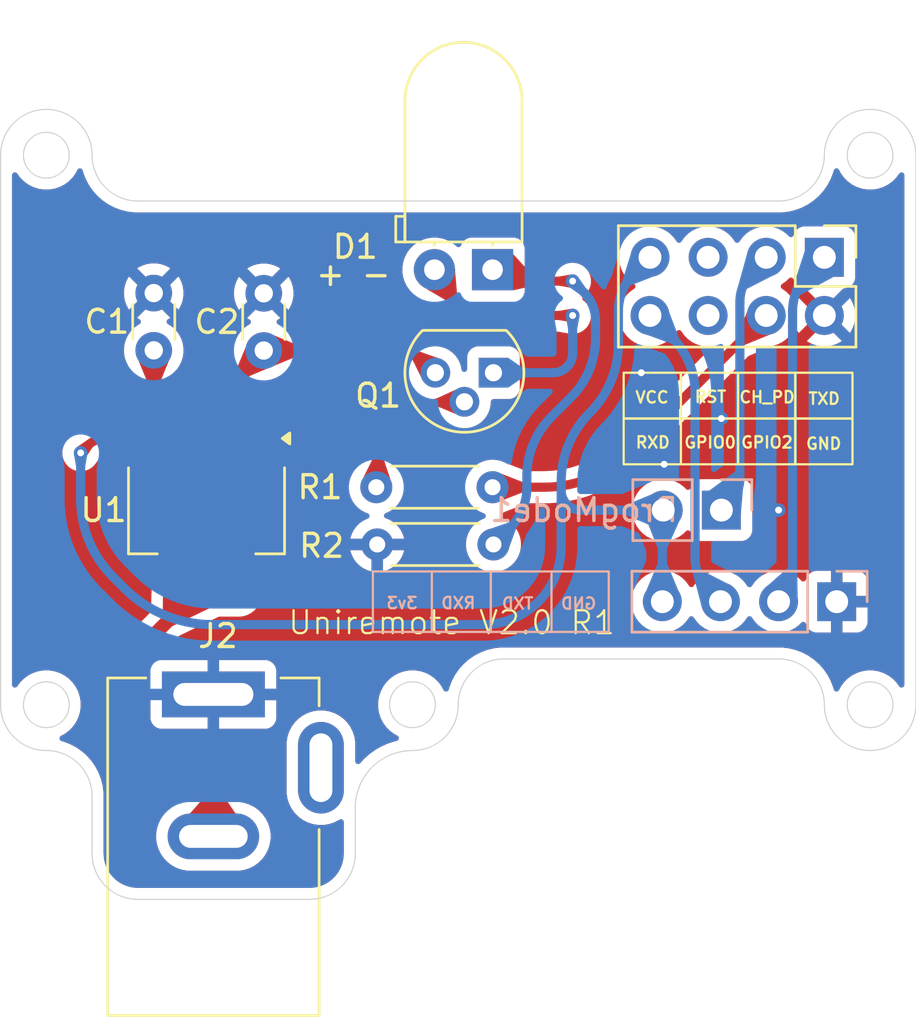
<source format=kicad_pcb>
(kicad_pcb (version 20241229) (generator "pcbnew") (generator_version "9.0")
  (layers (0 "F.Cu" signal) (2 "B.Cu" signal) (13 "F.Paste" user) (15 "B.Paste" user) (5 "F.SilkS" user "F.Silkscreen") (7 "B.SilkS" user "B.Silkscreen") (1 "F.Mask" user) (3 "B.Mask" user) (25 "Edge.Cuts" user))
  (net 0 "")
  (net 1 "Net-(D1-A)")
  (net 2 "Net-(D1-K)")
  (net 3 "3V3")
  (net 4 "GPIO2")
  (net 5 "CH_PD")
  (net 6 "TXD")
  (net 7 "RXD")
  (net 8 "Net-(Q1-B)")
  (net 9 "GND")
  (net 10 "+5V")
  (net 11 "RST")
  (net 12 "GPIO0")
  (footprint "Resistor_THT:R_Axial_DIN0204_L3.6mm_D1.6mm_P5.08mm_Horizontal" (layer "F.Cu") (at 120.92 71.5)
    (property "Reference" "R1" (at -2.46 0 0) (layer "F.SilkS"))
    (property "Value" "R" (hide yes))
    (fp_line (start 0.62 -0.92) (end 4.46 -0.92) (stroke (width 0.12)) (layer "F.SilkS"))
    (fp_line (start 0.62 0.92) (end 4.46 0.92) (stroke (width 0.12)) (layer "F.SilkS"))
    (pad "1" thru_hole circle (at 0 0) (size 1.4 1.4) (drill 0.7) (layers "*.Cu" "*.Mask") (net 8 "Net-(Q1-B)"))
    (pad "2" thru_hole oval (at 5.08 0) (size 1.4 1.4) (drill 0.7) (layers "*.Cu" "*.Mask") (net 4 "GPIO2"))
  )
  (footprint "Package_TO_SOT_SMD:SOT-223-3_TabPin2" (layer "F.Cu") (at 113.5 72.5 -90)
    (property "Reference" "U1" (at 0 4.5 180) (layer "F.SilkS"))
    (property "Value" "AMS1117-3.3" (hide yes))
    (fp_line (start -1.85 3.41) (end 1.91 3.41) (stroke (width 0.12)) (layer "F.SilkS"))
    (fp_line (start 1.91 3.41) (end 1.91 2.15) (stroke (width 0.12)) (layer "F.SilkS"))
    (fp_line (start -1.85 -3.41) (end 1.91 -3.41) (stroke (width 0.12)) (layer "F.SilkS"))
    (fp_line (start 1.91 -3.41) (end 1.91 -2.15) (stroke (width 0.12)) (layer "F.SilkS"))
    (fp_poly (pts (xy -3.13 -3.31) (xy -3.37 -3.64) (xy -2.89 -3.64) (xy -3.13 -3.31)) (stroke (width 0.12)) (fill yes) (layer "F.SilkS"))
    (pad "1" smd roundrect (at -3.15 -2.3 270) (size 2 1.5) (layers "F.Cu" "F.Mask" "F.Paste") (net 9 "GND"))
    (pad "2" smd roundrect (at -3.15 0 270) (size 2 1.5) (layers "F.Cu" "F.Mask" "F.Paste") (net 10 "+5V"))
    (pad "2" smd roundrect (at 3.15 0 270) (size 2 3.8) (layers "F.Cu" "F.Mask" "F.Paste") (net 10 "+5V"))
    (pad "3" smd roundrect (at -3.15 2.3 270) (size 2 1.5) (layers "F.Cu" "F.Mask" "F.Paste") (net 3 "3V3"))
  )
  (footprint "Capacitor_THT:C_Disc_D3.0mm_W1.6mm_P2.50mm" (layer "F.Cu") (at 111.193629 65.522251 90)
    (property "Reference" "C1" (at 1.25 -2.05 180) (layer "F.SilkS"))
    (property "Value" "C" (hide yes))
    (fp_line (start 0.485 -0.92) (end 2.015 -0.92) (stroke (width 0.12)) (layer "F.SilkS"))
    (fp_line (start 0.485 0.92) (end 2.015 0.92) (stroke (width 0.12)) (layer "F.SilkS"))
    (pad "1" thru_hole circle (at 0 0 90) (size 1.6 1.6) (drill 0.8) (layers "*.Cu" "*.Mask") (net 3 "3V3"))
    (pad "2" thru_hole circle (at 2.5 0 90) (size 1.6 1.6) (drill 0.8) (layers "*.Cu" "*.Mask") (net 9 "GND"))
  )
  (footprint "Package_TO_SOT_THT:TO-92" (layer "F.Cu") (at 126.04 66.5 180)
    (property "Reference" "Q1" (at 5.04 -1 0) (layer "F.SilkS"))
    (property "Value" "PNP" (hide yes))
    (fp_line (start -0.53 1.85) (end 3.07 1.85) (stroke (width 0.12)) (layer "F.SilkS"))
    (fp_arc (start 1.27 -2.6) (mid 3.672087 -0.994977) (end 3.108478 1.838478) (stroke (width 0.12)) (layer "F.SilkS"))
    (fp_arc (start -0.568478 1.838478) (mid -1.132087 -0.994977) (end 1.27 -2.6) (stroke (width 0.12)) (layer "F.SilkS"))
    (pad "1" thru_hole rect (at 0 0 180) (size 1.3 1.3) (drill 0.75) (layers "*.Cu" "*.Mask") (net 1 "Net-(D1-A)"))
    (pad "2" thru_hole circle (at 1.27 -1.27 180) (size 1.3 1.3) (drill 0.75) (layers "*.Cu" "*.Mask") (net 8 "Net-(Q1-B)"))
    (pad "3" thru_hole circle (at 2.54 0 180) (size 1.3 1.3) (drill 0.75) (layers "*.Cu" "*.Mask") (net 10 "+5V"))
  )
  (footprint "Capacitor_THT:C_Disc_D3.0mm_W1.6mm_P2.50mm" (layer "F.Cu") (at 116.000983 65.531843 90)
    (property "Reference" "C2" (at 1.25 -2.05 180) (layer "F.SilkS"))
    (property "Value" "C" (hide yes))
    (fp_line (start 0.485 -0.92) (end 2.015 -0.92) (stroke (width 0.12)) (layer "F.SilkS"))
    (fp_line (start 0.485 0.92) (end 2.015 0.92) (stroke (width 0.12)) (layer "F.SilkS"))
    (pad "1" thru_hole circle (at 0 0 90) (size 1.6 1.6) (drill 0.8) (layers "*.Cu" "*.Mask") (net 10 "+5V"))
    (pad "2" thru_hole circle (at 2.5 0 90) (size 1.6 1.6) (drill 0.8) (layers "*.Cu" "*.Mask") (net 9 "GND"))
  )
  (footprint "Connector_PinHeader_2.54mm:PinHeader_2x04_P2.54mm_Vertical" (layer "F.Cu") (at 140.5 61.46 -90)
    (property "Reference" "ESP01" (hide yes))
    (property "Value" "Conn_02x04_Counter_Clockwise" (hide yes))
    (fp_line (start -1.38 9) (end 3.92 9) (stroke (width 0.12)) (layer "F.SilkS"))
    (fp_line (start -1.38 1.27) (end -1.38 9) (stroke (width 0.12)) (layer "F.SilkS"))
    (fp_line (start -1.38 1.27) (end 1.27 1.27) (stroke (width 0.12)) (layer "F.SilkS"))
    (fp_line (start 1.27 1.27) (end 1.27 -1.38) (stroke (width 0.12)) (layer "F.SilkS"))
    (fp_line (start -1.38 0) (end -1.38 -1.38) (stroke (width 0.12)) (layer "F.SilkS"))
    (fp_line (start -1.38 -1.38) (end 0 -1.38) (stroke (width 0.12)) (layer "F.SilkS"))
    (fp_line (start 1.27 -1.38) (end 3.92 -1.38) (stroke (width 0.12)) (layer "F.SilkS"))
    (fp_line (start 3.92 -1.38) (end 3.92 9) (stroke (width 0.12)) (layer "F.SilkS"))
    (pad "1" thru_hole rect (at 0 0 270) (size 1.7 1.7) (drill 1) (layers "*.Cu" "*.Mask") (net 6 "TXD"))
    (pad "2" thru_hole circle (at 2.54 0 270) (size 1.7 1.7) (drill 1) (layers "*.Cu" "*.Mask") (net 9 "GND"))
    (pad "3" thru_hole circle (at 0 2.54 270) (size 1.7 1.7) (drill 1) (layers "*.Cu" "*.Mask") (net 5 "CH_PD"))
    (pad "4" thru_hole circle (at 2.54 2.54 270) (size 1.7 1.7) (drill 1) (layers "*.Cu" "*.Mask") (net 4 "GPIO2"))
    (pad "5" thru_hole circle (at 0 5.08 270) (size 1.7 1.7) (drill 1) (layers "*.Cu" "*.Mask") (net 11 "RST"))
    (pad "6" thru_hole circle (at 2.54 5.08 270) (size 1.7 1.7) (drill 1) (layers "*.Cu" "*.Mask") (net 12 "GPIO0"))
    (pad "7" thru_hole circle (at 0 7.62 270) (size 1.7 1.7) (drill 1) (layers "*.Cu" "*.Mask") (net 3 "3V3"))
    (pad "8" thru_hole circle (at 2.54 7.62 270) (size 1.7 1.7) (drill 1) (layers "*.Cu" "*.Mask") (net 7 "RXD"))
  )
  (footprint "Connector_BarrelJack:BarrelJack_Kycon_KLDX-0202-xC_Horizontal" (layer "F.Cu") (at 113.8 80.55 90)
    (property "Reference" "J2" (at 2.55 0.2 0) (layer "F.SilkS"))
    (property "Value" "Barrel_Jack_MountingPin" (hide yes))
    (fp_line (start 0.72 -4.62) (end -14.02 -4.62) (stroke (width 0.12)) (layer "F.SilkS"))
    (fp_line (start -14.02 -4.62) (end -14.02 4.62) (stroke (width 0.12)) (layer "F.SilkS"))
    (fp_line (start 0.72 -2.95) (end 0.72 -4.62) (stroke (width 0.12)) (layer "F.SilkS"))
    (fp_line (start 0.72 4.62) (end 0.72 2.95) (stroke (width 0.12)) (layer "F.SilkS"))
    (fp_line (start -0.5 4.62) (end 0.72 4.62) (stroke (width 0.12)) (layer "F.SilkS"))
    (fp_line (start -14.02 4.62) (end -5.9 4.62) (stroke (width 0.12)) (layer "F.SilkS"))
    (pad "1" thru_hole rect (at 0 0 90) (size 2 4.5) (drill oval 1 3.5) (layers "*.Cu" "*.Mask") (net 9 "GND"))
    (pad "2" thru_hole oval (at -6.2 0 90) (size 2 4) (drill oval 1 3) (layers "*.Cu" "*.Mask") (net 10 "+5V"))
    (pad "3" thru_hole oval (at -3.2 4.7 180) (size 2 4) (drill oval 1 3) (layers "*.Cu" "*.Mask"))
  )
  (footprint "Resistor_THT:R_Axial_DIN0204_L3.6mm_D1.6mm_P5.08mm_Horizontal" (layer "F.Cu") (at 126.04 74 180)
    (property "Reference" "R2" (at 7.509954 -0.05762 0) (layer "F.SilkS"))
    (property "Value" "R" (hide yes))
    (fp_line (start 0.62 0.92) (end 4.46 0.92) (stroke (width 0.12)) (layer "F.SilkS"))
    (fp_line (start 0.62 -0.92) (end 4.46 -0.92) (stroke (width 0.12)) (layer "F.SilkS"))
    (pad "1" thru_hole circle (at 0 0 180) (size 1.4 1.4) (drill 0.7) (layers "*.Cu" "*.Mask") (net 2 "Net-(D1-K)"))
    (pad "2" thru_hole oval (at 5.08 0 180) (size 1.4 1.4) (drill 0.7) (layers "*.Cu" "*.Mask") (net 9 "GND"))
  )
  (footprint "LED_THT:LED_D5.0mm_Horizontal_O1.27mm_Z3.0mm" (layer "F.Cu") (at 126 62 180)
    (property "Reference" "D1" (at 6 1 0) (layer "F.SilkS"))
    (property "Value" "LED")
    (fp_line (start 4.23 2.33) (end 3.83 2.33) (stroke (width 0.12)) (layer "F.SilkS"))
    (fp_line (start 4.23 1.21) (end 4.23 2.33) (stroke (width 0.12)) (layer "F.SilkS"))
    (fp_line (start 3.83 2.33) (end 3.83 1.21) (stroke (width 0.12)) (layer "F.SilkS"))
    (fp_line (start 3.83 1.21) (end 4.23 1.21) (stroke (width 0.12)) (layer "F.SilkS"))
    (fp_line (start 3.83 1.21) (end 3.83 7.37) (stroke (width 0.12)) (layer "F.SilkS"))
    (fp_line (start 2.54 1.21) (end 2.54 1.21) (stroke (width 0.12)) (layer "F.SilkS"))
    (fp_line (start 2.54 1.21) (end 2.54 1.08) (stroke (width 0.12)) (layer "F.SilkS"))
    (fp_line (start 2.54 1.08) (end 2.54 1.21) (stroke (width 0.12)) (layer "F.SilkS"))
    (fp_line (start 2.54 1.08) (end 2.54 1.08) (stroke (width 0.12)) (layer "F.SilkS"))
    (fp_line (start 0 1.21) (end 0 1.21) (stroke (width 0.12)) (layer "F.SilkS"))
    (fp_line (start 0 1.21) (end 0 1.08) (stroke (width 0.12)) (layer "F.SilkS"))
    (fp_line (start 0 1.08) (end 0 1.21) (stroke (width 0.12)) (layer "F.SilkS"))
    (fp_line (start 0 1.08) (end 0 1.08) (stroke (width 0.12)) (layer "F.SilkS"))
    (fp_line (start -1.29 1.21) (end 3.83 1.21) (stroke (width 0.12)) (layer "F.SilkS"))
    (fp_line (start -1.29 1.21) (end -1.29 7.37) (stroke (width 0.12)) (layer "F.SilkS"))
    (fp_arc (start 3.83 7.37) (mid 1.27 9.93) (end -1.29 7.37) (stroke (width 0.12)) (layer "F.SilkS"))
    (pad "1" thru_hole rect (at 0 0 180) (size 1.8 1.8) (drill 0.9) (layers "*.Cu" "*.Mask") (net 2 "Net-(D1-K)"))
    (pad "2" thru_hole circle (at 2.54 0 180) (size 1.8 1.8) (drill 0.9) (layers "*.Cu" "*.Mask") (net 1 "Net-(D1-A)"))
  )
  (footprint "Connector_PinSocket_2.54mm:PinSocket_1x02_P2.54mm_Vertical" (layer "B.Cu") (at 136 72.5 90)
    (property "Reference" "ProgMode1" (at 0 -6 180) (layer "B.SilkS") (effects (justify mirror)))
    (property "Value" "Conn_01x02_Socket" (hide yes))
    (fp_line (start -1.33 -3.87) (end 1.33 -3.87) (stroke (width 0.12)) (layer "B.SilkS"))
    (fp_line (start 1.33 -1.27) (end 1.33 -3.87) (stroke (width 0.12)) (layer "B.SilkS"))
    (fp_line (start -1.33 -1.27) (end -1.33 -3.87) (stroke (width 0.12)) (layer "B.SilkS"))
    (fp_line (start -1.33 -1.27) (end 1.33 -1.27) (stroke (width 0.12)) (layer "B.SilkS"))
    (fp_line (start 1.33 1.33) (end 1.33 0) (stroke (width 0.12)) (layer "B.SilkS"))
    (fp_line (start 0 1.33) (end 1.33 1.33) (stroke (width 0.12)) (layer "B.SilkS"))
    (pad "1" thru_hole rect (at 0 0 90) (size 1.7 1.7) (drill 1) (layers "*.Cu" "*.Mask") (net 5 "CH_PD"))
    (pad "2" thru_hole circle (at 0 -2.54 90) (size 1.7 1.7) (drill 1) (layers "*.Cu" "*.Mask") (net 3 "3V3"))
  )
  (footprint "Connector_PinSocket_2.54mm:PinSocket_1x04_P2.54mm_Vertical" (layer "B.Cu") (at 141.04 76.5 90)
    (property "Reference" "Programming1" (hide yes))
    (property "Value" "Conn_01x04_Socket" (hide yes))
    (fp_line (start -1.33 -8.95) (end 1.33 -8.95) (stroke (width 0.12)) (layer "B.SilkS"))
    (fp_line (start 1.33 -1.27) (end 1.33 -8.95) (stroke (width 0.12)) (layer "B.SilkS"))
    (fp_line (start -1.33 -1.27) (end -1.33 -8.95) (stroke (width 0.12)) (layer "B.SilkS"))
    (fp_line (start -1.33 -1.27) (end 1.33 -1.27) (stroke (width 0.12)) (layer "B.SilkS"))
    (fp_line (start 1.33 1.33) (end 1.33 0) (stroke (width 0.12)) (layer "B.SilkS"))
    (fp_line (start 0 1.33) (end 1.33 1.33) (stroke (width 0.12)) (layer "B.SilkS"))
    (pad "1" thru_hole rect (at 0 0 90) (size 1.7 1.7) (drill 1) (layers "*.Cu" "*.Mask") (net 9 "GND"))
    (pad "2" thru_hole circle (at 0 -2.54 90) (size 1.7 1.7) (drill 1) (layers "*.Cu" "*.Mask") (net 6 "TXD"))
    (pad "3" thru_hole circle (at 0 -5.08 90) (size 1.7 1.7) (drill 1) (layers "*.Cu" "*.Mask") (net 7 "RXD"))
    (pad "4" thru_hole circle (at 0 -7.62 90) (size 1.7 1.7) (drill 1) (layers "*.Cu" "*.Mask") (net 3 "3V3"))
  )
  (gr_rect (start 139.23 66.5) (end 141.73 68.5) (stroke (width 0.1)) (fill no) (layer "F.SilkS"))
  (gr_rect (start 131.73 66.5) (end 134.23 68.5) (stroke (width 0.1)) (fill no) (layer "F.SilkS"))
  (gr_rect (start 139.23 68.5) (end 141.73 70.5) (stroke (width 0.1)) (fill no) (layer "F.SilkS"))
  (gr_rect (start 136.73 68.5) (end 139.23 70.5) (stroke (width 0.1)) (fill no) (layer "F.SilkS"))
  (gr_rect (start 134.23 66.5) (end 136.73 68.5) (stroke (width 0.1)) (fill no) (layer "F.SilkS"))
  (gr_rect (start 134.23 68.5) (end 136.73 70.5) (stroke (width 0.1)) (fill no) (layer "F.SilkS"))
  (gr_rect (start 136.73 66.5) (end 139.23 68.5) (stroke (width 0.1)) (fill no) (layer "F.SilkS"))
  (gr_rect (start 131.73 68.5) (end 134.23 70.5) (stroke (width 0.1)) (fill no) (layer "F.SilkS"))
  (gr_line (start 128.576499 75.179544) (end 128.5765 77.820457) (stroke (width 0.1)) (layer "B.SilkS"))
  (gr_line (start 123.346999 75.179544) (end 123.347 77.820457) (stroke (width 0.1)) (layer "B.SilkS"))
  (gr_rect (start 120.770499 75.179544) (end 125.9235 77.820457) (stroke (width 0.1)) (fill no) (layer "B.SilkS"))
  (gr_rect (start 125.9235 75.179544) (end 131.076501 77.820457) (stroke (width 0.1)) (fill no) (layer "B.SilkS"))
  (gr_arc (start 140.5 57) (mid 139.914214 58.414214) (end 138.5 59) (stroke (width 0.05)) (layer "Edge.Cuts"))
  (gr_circle (center 142.5 81) (end 143.5 81) (stroke (width 0.05)) (fill no) (layer "Edge.Cuts"))
  (gr_line (start 110.5 89.5) (end 118 89.5) (stroke (width 0.05)) (layer "Edge.Cuts"))
  (gr_arc (start 124.5 81) (mid 125.085786 79.585786) (end 126.5 79) (stroke (width 0.05)) (layer "Edge.Cuts"))
  (gr_line (start 138.5 79) (end 126.5 79) (stroke (width 0.05)) (layer "Edge.Cuts"))
  (gr_arc (start 140.5 57) (mid 142.5 55) (end 144.5 57) (stroke (width 0.05)) (layer "Edge.Cuts"))
  (gr_line (start 108.5 87.5) (end 108.5 85) (stroke (width 0.05)) (layer "Edge.Cuts"))
  (gr_circle (center 142.5 57) (end 143.5 57) (stroke (width 0.05)) (fill no) (layer "Edge.Cuts"))
  (gr_line (start 108.5 57) (end 108.5 57) (stroke (width 0.05)) (layer "Edge.Cuts"))
  (gr_arc (start 106.5 83) (mid 107.914214 83.585786) (end 108.5 85) (stroke (width 0.05)) (layer "Edge.Cuts"))
  (gr_arc (start 124.5 81) (mid 123.914214 82.414214) (end 122.5 83) (stroke (width 0.05)) (layer "Edge.Cuts"))
  (gr_arc (start 110.5 59) (mid 109.085786 58.414214) (end 108.5 57) (stroke (width 0.05)) (layer "Edge.Cuts"))
  (gr_circle (center 122.5 81) (end 123.5 81) (stroke (width 0.05)) (fill no) (layer "Edge.Cuts"))
  (gr_line (start 144.5 81) (end 144.5 57) (stroke (width 0.05)) (layer "Edge.Cuts"))
  (gr_circle (center 106.5 57) (end 107.5 57) (stroke (width 0.05)) (fill no) (layer "Edge.Cuts"))
  (gr_line (start 120 85.5) (end 120 87.5) (stroke (width 0.05)) (layer "Edge.Cuts"))
  (gr_arc (start 120 85.5) (mid 120.732233 83.732233) (end 122.5 83) (stroke (width 0.05)) (layer "Edge.Cuts"))
  (gr_arc (start 106.5 83) (mid 105.085786 82.414214) (end 104.5 81) (stroke (width 0.05)) (layer "Edge.Cuts"))
  (gr_arc (start 104.5 57) (mid 106.5 55) (end 108.5 57) (stroke (width 0.05)) (layer "Edge.Cuts"))
  (gr_arc (start 110.5 89.5) (mid 109.085786 88.914214) (end 108.5 87.5) (stroke (width 0.05)) (layer "Edge.Cuts"))
  (gr_arc (start 138.5 79) (mid 139.914214 79.585786) (end 140.5 81) (stroke (width 0.05)) (layer "Edge.Cuts"))
  (gr_line (start 138.5 59) (end 110.5 59) (stroke (width 0.05)) (layer "Edge.Cuts"))
  (gr_arc (start 120 87.5) (mid 119.414214 88.914214) (end 118 89.5) (stroke (width 0.05)) (layer "Edge.Cuts"))
  (gr_line (start 104.5 81) (end 104.5 57) (stroke (width 0.05)) (layer "Edge.Cuts"))
  (gr_arc (start 144.5 81) (mid 142.5 83) (end 140.5 81) (stroke (width 0.05)) (layer "Edge.Cuts"))
  (gr_circle (center 106.5 81) (end 107.5 81) (stroke (width 0.05)) (fill no) (layer "Edge.Cuts"))
  (gr_text "+ -" (at 119.916146 62.188475 0) (layer "F.SilkS") (effects (font (size 1 1))))
  (gr_text "CH_PD" (at 136.73 67.861944 0) (layer "F.SilkS") (effects (font (size 0.5 0.5) (thickness 0.1)) (justify left bottom)))
  (gr_text "VCC" (at 132.189281 67.870065 0) (layer "F.SilkS") (effects (font (size 0.5 0.5) (thickness 0.1)) (justify left bottom)))
  (gr_text "GND" (at 139.64428 69.892173 0) (layer "F.SilkS") (effects (font (size 0.5 0.5) (thickness 0.1)) (justify left bottom)))
  (gr_text "RXD" (at 132.198643 69.837581 0) (layer "F.SilkS") (effects (font (size 0.5 0.5) (thickness 0.1)) (justify left bottom)))
  (gr_text "Uniremote V2.0 R1" (at 117 78 0) (layer "F.SilkS") (effects (font (size 1 1) (thickness 0.1)) (justify left bottom)))
  (gr_text "GPIO0" (at 134.324292 69.836114 0) (layer "F.SilkS") (effects (font (size 0.5 0.5) (thickness 0.1)) (justify left bottom)))
  (gr_text "TXD" (at 139.749852 67.926911 0) (layer "F.SilkS") (effects (font (size 0.5 0.5) (thickness 0.1)) (justify left bottom)))
  (gr_text "RST" (at 134.779853 67.845702 0) (layer "F.SilkS") (effects (font (size 0.5 0.5) (thickness 0.1)) (justify left bottom)))
  (gr_text "GPIO2" (at 136.808426 69.836867 0) (layer "F.SilkS") (effects (font (size 0.5 0.5) (thickness 0.1)) (justify left bottom)))
  (gr_text "3v3" (at 122.774218 76.852409 0) (layer "B.SilkS") (effects (font (size 0.5 0.5) (thickness 0.1)) (justify left bottom mirror)))
  (gr_text "TXD" (at 127.841335 76.873879 -0) (layer "B.SilkS") (effects (font (size 0.5 0.5) (thickness 0.1)) (justify left bottom mirror)))
  (gr_text "RXD" (at 125.307776 76.852409 -0) (layer "B.SilkS") (effects (font (size 0.5 0.5) (thickness 0.1)) (justify left bottom mirror)))
  (gr_text "GND" (at 130.589602 76.873879 -0) (layer "B.SilkS") (effects (font (size 0.5 0.5) (thickness 0.1)) (justify left bottom mirror)))
  (segment (start 129.5 64) (end 126.088944 64) (width 0.4) (layer "F.Cu") (net 1))
  (segment (start 123.46 62.23) (end 123.46 62) (width 0.4) (layer "F.Cu") (net 1))
  (segment (start 123.622634 62.622634) (end 124.23 63.23) (width 0.4) (layer "F.Cu") (net 1))
  (via (at 129.5 64) (size 0.6) (drill 0.3) (layers "F.Cu" "B.Cu") (net 1))
  (arc (start 123.46 62.23) (mid 123.502267 62.442492) (end 123.622634 62.622634) (width 0.4) (layer "F.Cu") (net 1))
  (arc (start 126.088944 64) (mid 125.08289 63.799883) (end 124.23 63.23) (width 0.4) (layer "F.Cu") (net 1))
  (segment (start 128.646446 66.5) (end 126.04 66.5) (width 0.4) (layer "B.Cu") (net 1))
  (segment (start 129.5 64) (end 129.5 65.646446) (width 0.4) (layer "B.Cu") (net 1))
  (arc (start 128.646446 66.5) (mid 128.973087 66.435027) (end 129.25 66.25) (width 0.4) (layer "B.Cu") (net 1))
  (arc (start 129.5 65.646446) (mid 129.435027 65.973087) (end 129.25 66.25) (width 0.4) (layer "B.Cu") (net 1))
  (segment (start 126.853553 62.5) (end 129.5 62.5) (width 0.4) (layer "F.Cu") (net 2))
  (segment (start 126.25 62.25) (end 126 62) (width 0.4) (layer "F.Cu") (net 2))
  (via (at 129.5 62.5) (size 0.6) (drill 0.3) (layers "F.Cu" "B.Cu") (net 2))
  (arc (start 126.853553 62.5) (mid 126.526912 62.435027) (end 126.25 62.25) (width 0.4) (layer "F.Cu") (net 2))
  (segment (start 129.5 62.5) (end 130 63) (width 0.4) (layer "B.Cu") (net 2))
  (segment (start 127.5 71.02) (end 127.5 71.507624) (width 0.4) (layer "B.Cu") (net 2))
  (segment (start 130.5 65) (end 130.5 64.207106) (width 0.4) (layer "B.Cu") (net 2))
  (segment (start 129.439339 67.560659) (end 128.574802 68.425197) (width 0.4) (layer "B.Cu") (net 2))
  (segment (start 126.77 73.27) (end 126.04 74) (width 0.4) (layer "B.Cu") (net 2))
  (arc (start 126.77 73.27) (mid 127.310279 72.461415) (end 127.5 71.507624) (width 0.4) (layer "B.Cu") (net 2))
  (arc (start 129.439339 67.560659) (mid 130.224343 66.385818) (end 130.5 65) (width 0.4) (layer "B.Cu") (net 2))
  (arc (start 130.5 64.207106) (mid 130.370054 63.553825) (end 130 63) (width 0.4) (layer "B.Cu") (net 2))
  (arc (start 127.5 71.02) (mid 127.779331 69.615702) (end 128.574802 68.425197) (width 0.4) (layer "B.Cu") (net 2))
  (segment (start 111.195495 69.35) (end 109.109619 69.35) (width 0.4) (layer "F.Cu") (net 3))
  (segment (start 111.193629 69.339124) (end 111.193629 65.522251) (width 0.4) (layer "F.Cu") (net 3))
  (segment (start 108.325 69.675) (end 108 70) (width 0.4) (layer "F.Cu") (net 3))
  (segment (start 133.46 76.46) (end 133.42 76.5) (width 0.4) (layer "F.Cu") (net 3))
  (via (at 108 70) (size 0.6) (drill 0.3) (layers "F.Cu" "B.Cu") (net 3))
  (arc (start 111.196814 69.346814) (mid 111.197218 69.348847) (end 111.195495 69.35) (width 0.4) (layer "F.Cu") (net 3))
  (arc (start 111.193629 69.339124) (mid 111.194456 69.343285) (end 111.196814 69.346814) (width 0.4) (layer "F.Cu") (net 3))
  (arc (start 108.325 69.675) (mid 108.684986 69.434464) (end 109.109619 69.35) (width 0.4) (layer "F.Cu") (net 3))
  (segment (start 108 70) (end 108 72) (width 0.4) (layer "B.Cu") (net 3))
  (segment (start 129 72.353553) (end 129 74.085786) (width 0.4) (layer "B.Cu") (net 3))
  (segment (start 129 72.353553) (end 129 71.646446) (width 0.4) (layer "B.Cu") (net 3))
  (segment (start 132.19 62.15) (end 132.88 61.46) (width 0.4) (layer "B.Cu") (net 3))
  (segment (start 133.44 72.52) (end 133.45 72.51) (width 0.4) (layer "B.Cu") (net 3))
  (segment (start 129.853553 72.5) (end 133.445857 72.5) (width 0.4) (layer "B.Cu") (net 3))
  (segment (start 125.585786 77.5) (end 113.753963 77.5) (width 0.4) (layer "B.Cu") (net 3))
  (segment (start 129 71.646446) (end 129 71.267766) (width 0.4) (layer "B.Cu") (net 3))
  (segment (start 131.5 63.815807) (end 131.5 65.232233) (width 0.4) (layer "B.Cu") (net 3))
  (segment (start 109.414213 75.414213) (end 109.906207 75.906207) (width 0.4) (layer "B.Cu") (net 3))
  (segment (start 133.42 72.568284) (end 133.42 76.5) (width 0.4) (layer "B.Cu") (net 3))
  (arc (start 129.25 72.25) (mid 129.090403 72.218254) (end 129 72.353553) (width 0.4) (layer "B.Cu") (net 3))
  (arc (start 132.19 62.15) (mid 131.679325 62.914278) (end 131.5 63.815807) (width 0.4) (layer "B.Cu") (net 3))
  (arc (start 133.45 72.51) (mid 133.451269 72.503616) (end 133.445857 72.5) (width 0.4) (layer "B.Cu") (net 3))
  (arc (start 128 76.5) (mid 128.740108 75.392349) (end 129 74.085786) (width 0.4) (layer "B.Cu") (net 3))
  (arc (start 109.414213 75.414213) (mid 108.367541 73.847758) (end 108 72) (width 0.4) (layer "B.Cu") (net 3))
  (arc (start 130.25 68.25) (mid 131.175135 66.865436) (end 131.5 65.232233) (width 0.4) (layer "B.Cu") (net 3))
  (arc (start 109.906207 75.906207) (mid 111.671572 77.085786) (end 113.753963 77.5) (width 0.4) (layer "B.Cu") (net 3))
  (arc (start 130.25 68.25) (mid 129.324864 69.634562) (end 129 71.267766) (width 0.4) (layer "B.Cu") (net 3))
  (arc (start 129 71.646446) (mid 129.064972 71.973087) (end 129.25 72.25) (width 0.4) (layer "B.Cu") (net 3))
  (arc (start 128 76.5) (mid 126.892349 77.240108) (end 125.585786 77.5) (width 0.4) (layer "B.Cu") (net 3))
  (arc (start 133.44 72.52) (mid 133.425197 72.542152) (end 133.42 72.568284) (width 0.4) (layer "B.Cu") (net 3))
  (arc (start 129.25 72.25) (mid 129.526912 72.435027) (end 129.853553 72.5) (width 0.4) (layer "B.Cu") (net 3))
  (segment (start 132.036848 69.923151) (end 137.96 64) (width 0.4) (layer "F.Cu") (net 4))
  (segment (start 128.23 71.5) (end 126 71.5) (width 0.4) (layer "F.Cu") (net 4))
  (arc (start 132.036848 69.923151) (mid 130.290251 71.09019) (end 128.23 71.5) (width 0.4) (layer "F.Cu") (net 4))
  (segment (start 136.4045 72.0955) (end 136 72.5) (width 0.4) (layer "B.Cu") (net 5))
  (segment (start 137.3845 62.0355) (end 137.96 61.46) (width 0.4) (layer "B.Cu") (net 5))
  (segment (start 136.809 63.424879) (end 136.809 71.11895) (width 0.4) (layer "B.Cu") (net 5))
  (arc (start 136.809 63.424879) (mid 136.958567 62.672952) (end 137.3845 62.0355) (width 0.4) (layer "B.Cu") (net 5))
  (arc (start 136.4045 72.0955) (mid 136.703873 71.647455) (end 136.809 71.11895) (width 0.4) (layer "B.Cu") (net 5))
  (segment (start 139.111 75.456957) (end 139.111 63.831171) (width 0.4) (layer "B.Cu") (net 6))
  (segment (start 139.8055 62.1545) (end 140.5 61.46) (width 0.4) (layer "B.Cu") (net 6))
  (segment (start 138.8055 76.1945) (end 138.5 76.5) (width 0.4) (layer "B.Cu") (net 6))
  (arc (start 139.8055 62.1545) (mid 139.291494 62.923763) (end 139.111 63.831171) (width 0.4) (layer "B.Cu") (net 6))
  (arc (start 138.8055 76.1945) (mid 139.031603 75.856112) (end 139.111 75.456957) (width 0.4) (layer "B.Cu") (net 6))
  (segment (start 135.4045 75.9445) (end 135.96 76.5) (width 0.4) (layer "B.Cu") (net 7))
  (segment (start 133.8645 64.9845) (end 132.88 64) (width 0.4) (layer "B.Cu") (net 7))
  (segment (start 134.849 74.603404) (end 134.849 67.361293) (width 0.4) (layer "B.Cu") (net 7))
  (arc (start 133.8645 64.9845) (mid 134.593136 66.074981) (end 134.849 67.361293) (width 0.4) (layer "B.Cu") (net 7))
  (arc (start 134.849 74.603404) (mid 134.993369 75.329199) (end 135.4045 75.9445) (width 0.4) (layer "B.Cu") (net 7))
  (segment (start 122.685527 68.314472) (end 121.422045 69.577954) (width 0.4) (layer "F.Cu") (net 8))
  (segment (start 124 67.77) (end 124.77 67.77) (width 0.4) (layer "F.Cu") (net 8))
  (segment (start 120.92 70.79) (end 120.92 71.5) (width 0.4) (layer "F.Cu") (net 8))
  (arc (start 120.92 70.79) (mid 121.050477 70.134045) (end 121.422045 69.577954) (width 0.4) (layer "F.Cu") (net 8))
  (arc (start 122.685527 68.314472) (mid 123.288612 67.911503) (end 124 67.77) (width 0.4) (layer "F.Cu") (net 8))
  (via (at 133.5 70.5) (size 0.6) (drill 0.3) (layers "F.Cu" "B.Cu") (net 9))
  (via (at 136 68.5) (size 0.6) (drill 0.3) (layers "F.Cu" "B.Cu") (net 9))
  (via (at 132.5 66.5) (size 0.6) (drill 0.3) (layers "F.Cu" "B.Cu") (net 9))
  (via (at 138.5 72.5) (size 0.6) (drill 0.3) (layers "F.Cu" "B.Cu") (net 9))
  (segment (start 140.77 64.27) (end 140.5 64) (width 0.4) (layer "B.Cu") (net 9))
  (segment (start 116.000983 65.531843) (end 113.544431 67.988394) (width 0.4) (layer "F.Cu") (net 10))
  (segment (start 113.8 86.75) (end 113.8 85.012132) (width 0.6) (layer "F.Cu") (net 10))
  (segment (start 113.5 69.35) (end 113.5 75.65) (width 0.6) (layer "F.Cu") (net 10))
  (segment (start 111.197237 77.952763) (end 113.5 75.65) (width 0.6) (layer "F.Cu") (net 10))
  (segment (start 113.287867 84.5) (end 111.707106 84.5) (width 0.6) (layer "F.Cu") (net 10))
  (segment (start 121.847252 65.531843) (end 116.000983 65.531843) (width 0.4) (layer "F.Cu") (net 10))
  (segment (start 113.5 68.016413) (end 113.5 69.35) (width 0.4) (layer "F.Cu") (net 10))
  (segment (start 110 82.79296) (end 110 80.843148) (width 0.6) (layer "F.Cu") (net 10))
  (segment (start 123.015921 66.015921) (end 123.5 66.5) (width 0.4) (layer "F.Cu") (net 10))
  (arc (start 110.5 84) (mid 110.129934 83.44618) (end 110 82.79296) (width 0.6) (layer "F.Cu") (net 10))
  (arc (start 113.8 85.012132) (mid 113.761016 84.816147) (end 113.65 84.65) (width 0.6) (layer "F.Cu") (net 10))
  (arc (start 113.544431 67.988394) (mid 113.531576 67.996983) (end 113.516413 68) (width 0.4) (layer "F.Cu") (net 10))
  (arc (start 123.015921 66.015921) (mid 122.479731 65.65765) (end 121.847252 65.531843) (width 0.4) (layer "F.Cu") (net 10))
  (arc (start 113.65 84.65) (mid 113.483852 84.538983) (end 113.287867 84.5) (width 0.6) (layer "F.Cu") (net 10))
  (arc (start 111.707106 84.5) (mid 111.053825 84.370054) (end 110.5 84) (width 0.6) (layer "F.Cu") (net 10))
  (arc (start 113.5 68.016413) (mid 113.504807 68.004807) (end 113.516413 68) (width 0.4) (layer "F.Cu") (net 10))
  (arc (start 110 80.843148) (mid 110.311152 79.278883) (end 111.197237 77.952763) (width 0.6) (layer "F.Cu") (net 10))
  (zone (net 9) (net_name "GND") (layers "F.Cu" "B.Cu") (connect_pads (clearance 0.5)) (min_thickness 0.25) (fill yes (thermal_gap 0.5) (thermal_bridge_width 0.5))
    (polygon (pts (xy 144.5 55) (xy 138.5 55) (xy 138.5 59) (xy 110.5 59) (xy 110.5 55) (xy 104.5 55) (xy 104.5 85) (xy 107 85) (xy 107 89.5) (xy 122 89.5) (xy 122 84) (xy 138.5 84) (xy 138.5 83.5) (xy 144.5 83.5)))
  )
)
</source>
